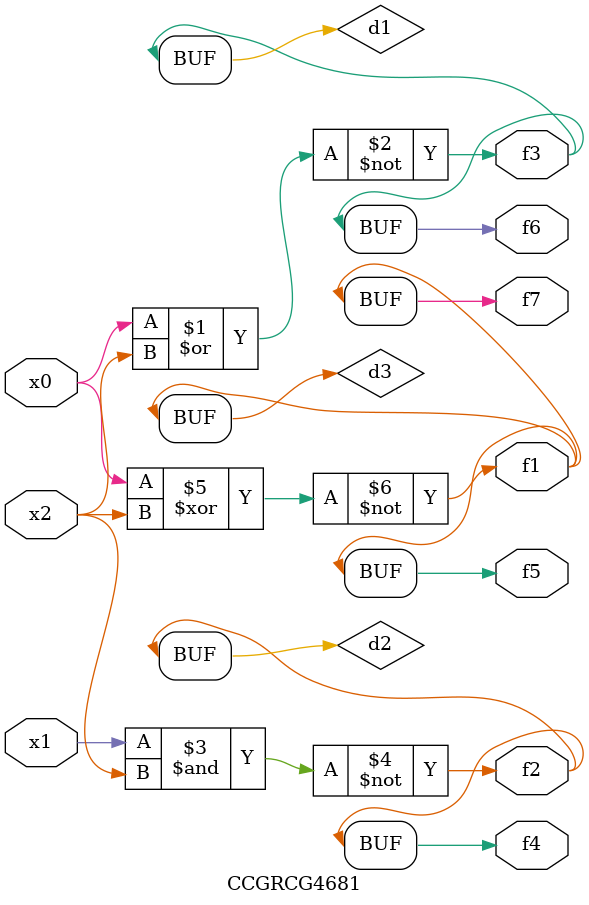
<source format=v>
module CCGRCG4681(
	input x0, x1, x2,
	output f1, f2, f3, f4, f5, f6, f7
);

	wire d1, d2, d3;

	nor (d1, x0, x2);
	nand (d2, x1, x2);
	xnor (d3, x0, x2);
	assign f1 = d3;
	assign f2 = d2;
	assign f3 = d1;
	assign f4 = d2;
	assign f5 = d3;
	assign f6 = d1;
	assign f7 = d3;
endmodule

</source>
